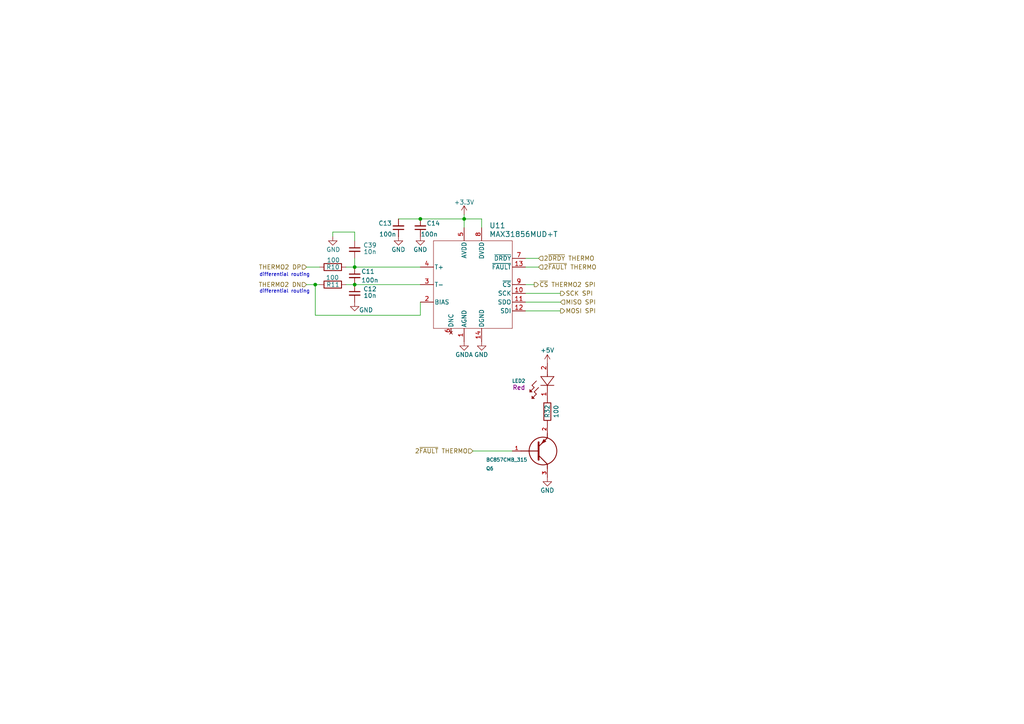
<source format=kicad_sch>
(kicad_sch (version 20250114) (generator "eeschema") (generator_version "9.0")
  (paper "A4")
  (lib_symbols
    (symbol "BC857CMB_315:BC857CMB_315" (pin_names (offset 1.016))
      (property "Reference" "Q" (at 3.81 1.27 0))
      (property "Value" "BC857CMB_315" (at 3.81 -1.27 0))
      (symbol "BC857CMB_315_0_0"
        (polyline (pts (xy -7.62 0) (xy -2.54 0)) (stroke (width 0.254)))
        (polyline (pts (xy -2.54 2.54) (xy -2.54 -2.54)) (stroke (width 0.508)))
        (polyline (pts (xy -2.54 1.27) (xy 0 3.81)) (stroke (width 0.254)))
        (polyline (pts (xy -2.54 -1.27) (xy 0 -3.81)) (stroke (width 0.254)))
        (circle (center -1.27 0) (radius 4.016) (stroke (width 0.254)))
        (polyline (pts (xy -0.508 -2.794) (xy -1.016 -3.302) (xy -1.524 -2.286) (xy -0.508 -2.794)) (stroke (width 0.254)) (fill (type outline)))
        (polyline (pts (xy 0 3.81) (xy 0 5.08)) (stroke (width 0.254)))
        (polyline (pts (xy 0 -3.81) (xy 0 -5.08)) (stroke (width 0.254)))
        (pin passive line (at -10.16 0 0) (length 2.54) (name "~") (number "1"))
        (pin passive line (at 0 7.62 270) (length 2.54) (name "~") (number "3"))
        (pin passive line (at 0 -7.62 90) (length 2.54) (name "~") (number "2"))
      )
    )
    (symbol "Device:C_Small" (pin_numbers (hide yes)) (pin_names (offset 0.254) (hide yes))
      (property "Reference" "C" (at 0.254 1.778 0))
      (property "Value" "C_Small" (at 0.254 -2.032 0))
      (symbol "C_Small_0_1"
        (polyline (pts (xy -1.524 0.508) (xy 1.524 0.508)) (stroke (width 0.3048)))
        (polyline (pts (xy -1.524 -0.508) (xy 1.524 -0.508)) (stroke (width 0.3302)))
      )
      (symbol "C_Small_1_1"
        (pin passive line (at 0 2.54 270) (length 2.032) (name "~") (number "1"))
        (pin passive line (at 0 -2.54 90) (length 2.032) (name "~") (number "2"))
      )
    )
    (symbol "Device:R" (pin_numbers (hide yes)) (pin_names (offset 0))
      (property "Reference" "R" (at 2.032 0 90))
      (property "Value" "R" (at 0 0 90))
      (symbol "R_0_1"
        (rectangle (start -1.016 -2.54) (end 1.016 2.54) (stroke (width 0.254)))
      )
      (symbol "R_1_1"
        (pin passive line (at 0 3.81 270) (length 1.27) (name "~") (number "1"))
        (pin passive line (at 0 -3.81 90) (length 1.27) (name "~") (number "2"))
      )
    )
    (symbol "MAX31856MUD-T:MAX31856MUD+T" (pin_names (offset 0.254))
      (property "Reference" "U" (at 19.05 22.606 0))
      (property "Value" "MAX31856MUD+T" (at 19.812 19.812 0))
      (symbol "MAX31856MUD+T_0_1"
        (polyline (pts (xy 7.62 5.08) (xy 7.62 -20.32)) (stroke (width 0.127)))
        (polyline (pts (xy 7.62 -20.32) (xy 30.48 -20.32)) (stroke (width 0.127)))
        (polyline (pts (xy 30.48 5.08) (xy 7.62 5.08)) (stroke (width 0.127)))
        (polyline (pts (xy 30.48 -20.32) (xy 30.48 5.08)) (stroke (width 0.127)))
      )
      (symbol "MAX31856MUD+T_1_1"
        (pin passive line (at 3.81 -2.54 0) (length 3.81) (name "T+") (number "4"))
        (pin passive line (at 3.81 -7.62 0) (length 3.81) (name "T-") (number "3"))
        (pin passive line (at 3.81 -12.7 0) (length 3.81) (name "BIAS") (number "2"))
        (pin no_connect line (at 12.7 -21.59 90) (length 1.27) (name "DNC") (number "6"))
        (pin passive line (at 16.51 8.89 270) (length 3.81) (name "AVDD") (number "5"))
        (pin passive line (at 16.51 -24.13 90) (length 3.81) (name "AGND") (number "1"))
        (pin passive line (at 21.59 8.89 270) (length 3.81) (name "DVDD") (number "8"))
        (pin passive line (at 21.59 -24.13 90) (length 3.81) (name "DGND") (number "14"))
        (pin passive line (at 34.29 0 180) (length 3.81) (name "~{DRDY}") (number "7"))
        (pin passive line (at 34.29 -2.54 180) (length 3.81) (name "~{FAULT}") (number "13"))
        (pin passive line (at 34.29 -7.62 180) (length 3.81) (name "~{CS}") (number "9"))
        (pin passive line (at 34.29 -10.16 180) (length 3.81) (name "SCK") (number "10"))
        (pin passive line (at 34.29 -12.7 180) (length 3.81) (name "SDO") (number "11"))
        (pin passive line (at 34.29 -15.24 180) (length 3.81) (name "SDI") (number "12"))
      )
    )
    (symbol "VLMS1500-GS08:VLMS1500-GS08" (pin_names (offset 0.254))
      (property "Reference" "LED" (at 5.08 -4.445 0))
      (property "Value" "VLMS1500-GS08" (at 5.08 -7.62 0))
      (symbol "VLMS1500-GS08_0_1"
        (polyline (pts (xy 2.54 0) (xy 3.4798 0)) (stroke (width 0.2032)))
        (polyline (pts (xy 3.175 0) (xy 3.81 0)) (stroke (width 0.2032)))
        (polyline (pts (xy 3.81 1.905) (xy 3.81 -1.905)) (stroke (width 0.2032)))
        (polyline (pts (xy 3.81 -1.905) (xy 6.35 0)) (stroke (width 0.2032)))
        (polyline (pts (xy 5.08 3.175) (xy 6.35 4.445)) (stroke (width 0.2032)))
        (polyline (pts (xy 6.35 4.445) (xy 6.985 3.81)) (stroke (width 0.2032)))
        (polyline (pts (xy 6.35 0) (xy 3.81 1.905)) (stroke (width 0.2032)))
        (polyline (pts (xy 6.35 0) (xy 7.62 0)) (stroke (width 0.2032)))
        (polyline (pts (xy 6.35 -1.905) (xy 6.35 1.905)) (stroke (width 0.2032)))
        (polyline (pts (xy 6.985 3.81) (xy 8.255 5.08)) (stroke (width 0.2032)))
        (polyline (pts (xy 6.985 2.54) (xy 8.255 3.81)) (stroke (width 0.2032)))
        (polyline (pts (xy 7.62 5.08) (xy 8.255 4.445)) (stroke (width 0.2032)))
        (polyline (pts (xy 8.255 5.08) (xy 7.62 5.08)) (stroke (width 0.2032)))
        (polyline (pts (xy 8.255 4.445) (xy 8.255 5.08)) (stroke (width 0.2032)))
        (polyline (pts (xy 8.255 3.81) (xy 8.89 3.175)) (stroke (width 0.2032)))
        (polyline (pts (xy 8.89 3.175) (xy 10.16 4.445)) (stroke (width 0.2032)))
        (polyline (pts (xy 9.525 4.445) (xy 10.16 3.81)) (stroke (width 0.2032)))
        (polyline (pts (xy 10.16 4.445) (xy 9.525 4.445)) (stroke (width 0.2032)))
        (polyline (pts (xy 10.16 3.81) (xy 10.16 4.445)) (stroke (width 0.2032)))
        (pin passive line (at 0 0 0) (length 2.54) (name "") (number "2"))
        (pin passive line (at 10.16 0 180) (length 2.54) (name "") (number "1"))
      )
    )
    (symbol "power:+3.3V" (power) (pin_numbers (hide yes)) (pin_names (offset 0) (hide yes))
      (property "Value" "+3.3V" (at 0 3.556 0))
      (symbol "+3.3V_0_1"
        (polyline (pts (xy -0.762 1.27) (xy 0 2.54)))
        (polyline (pts (xy 0 2.54) (xy 0.762 1.27)))
        (polyline (pts (xy 0 0) (xy 0 2.54)))
      )
      (symbol "+3.3V_1_1"
        (pin power_in line (at 0 0 90) (length 0) (name "~") (number "1"))
      )
    )
    (symbol "power:+5V" (power) (pin_numbers (hide yes)) (pin_names (offset 0) (hide yes))
      (property "Value" "+5V" (at 0 3.556 0))
      (symbol "+5V_0_1"
        (polyline (pts (xy -0.762 1.27) (xy 0 2.54)))
        (polyline (pts (xy 0 2.54) (xy 0.762 1.27)))
        (polyline (pts (xy 0 0) (xy 0 2.54)))
      )
      (symbol "+5V_1_1"
        (pin power_in line (at 0 0 90) (length 0) (name "~") (number "1"))
      )
    )
    (symbol "power:GND" (power) (pin_numbers (hide yes)) (pin_names (offset 0) (hide yes))
      (property "Value" "GND" (at 0 -3.81 0))
      (symbol "GND_0_1"
        (polyline (pts (xy 0 0) (xy 0 -1.27) (xy 1.27 -1.27) (xy 0 -2.54) (xy -1.27 -1.27) (xy 0 -1.27)))
      )
      (symbol "GND_1_1"
        (pin power_in line (at 0 0 270) (length 0) (name "~") (number "1"))
      )
    )
    (symbol "power:GNDA" (power) (pin_numbers (hide yes)) (pin_names (offset 0) (hide yes))
      (property "Value" "GNDA" (at 0 -3.81 0))
      (symbol "GNDA_0_1"
        (polyline (pts (xy 0 0) (xy 0 -1.27) (xy 1.27 -1.27) (xy 0 -2.54) (xy -1.27 -1.27) (xy 0 -1.27)))
      )
      (symbol "GNDA_1_1"
        (pin power_in line (at 0 0 270) (length 0) (name "~") (number "1"))
      )
    )
  )
  (text "differential routing\n" (at 82.55 84.582 0) (effects (font (size 1.016 1.016))))
  (text "differential routing\n" (at 82.55 79.756 0) (effects (font (size 1.016 1.016))))
  (junction (at 102.87 82.55))
  (junction (at 121.92 63.5))
  (junction (at 91.44 82.55))
  (junction (at 134.62 63.5))
  (junction (at 102.87 77.47))
  (wire (pts (xy 102.87 77.47) (xy 121.92 77.47)))
  (wire (pts (xy 88.9 82.55) (xy 91.44 82.55)))
  (wire (pts (xy 100.33 82.55) (xy 102.87 82.55)))
  (wire (pts (xy 96.52 68.58) (xy 96.52 67.31)))
  (wire (pts (xy 102.87 67.31) (xy 102.87 69.85)))
  (wire (pts (xy 152.4 90.17) (xy 162.56 90.17)))
  (wire (pts (xy 152.4 82.55) (xy 154.94 82.55)))
  (wire (pts (xy 121.92 63.5) (xy 134.62 63.5)))
  (wire (pts (xy 152.4 87.63) (xy 162.56 87.63)))
  (wire (pts (xy 152.4 77.47) (xy 156.21 77.47)))
  (wire (pts (xy 100.33 77.47) (xy 102.87 77.47)))
  (wire (pts (xy 121.92 87.63) (xy 121.92 91.44)))
  (wire (pts (xy 102.87 82.55) (xy 121.92 82.55)))
  (wire (pts (xy 134.62 62.23) (xy 134.62 63.5)))
  (wire (pts (xy 88.9 77.47) (xy 92.71 77.47)))
  (wire (pts (xy 91.44 91.44) (xy 91.44 82.55)))
  (wire (pts (xy 134.62 63.5) (xy 134.62 66.04)))
  (wire (pts (xy 134.62 63.5) (xy 139.7 63.5)))
  (wire (pts (xy 152.4 74.93) (xy 156.21 74.93)))
  (wire (pts (xy 102.87 74.93) (xy 102.87 77.47)))
  (wire (pts (xy 137.16 130.81) (xy 148.59 130.81)))
  (wire (pts (xy 96.52 67.31) (xy 102.87 67.31)))
  (wire (pts (xy 152.4 85.09) (xy 162.56 85.09)))
  (wire (pts (xy 121.92 91.44) (xy 91.44 91.44)))
  (wire (pts (xy 91.44 82.55) (xy 92.71 82.55)))
  (wire (pts (xy 139.7 63.5) (xy 139.7 66.04)))
  (wire (pts (xy 115.57 63.5) (xy 121.92 63.5)))
  (hierarchical_label "THERMO2 DN" (shape input) (at 88.9 82.55 180))
  (hierarchical_label "~{CS} THERMO2 SPI" (shape output) (at 154.94 82.55 0))
  (hierarchical_label "MISO SPI" (shape input) (at 162.56 87.63 0))
  (hierarchical_label "MOSI SPI" (shape output) (at 162.56 90.17 0))
  (hierarchical_label "SCK SPI" (shape output) (at 162.56 85.09 0))
  (hierarchical_label "2~{FAULT} THERMO" (shape input) (at 137.16 130.81 180))
  (hierarchical_label "THERMO2 DP" (shape input) (at 88.9 77.47 180))
  (hierarchical_label "2~{FAULT} THERMO" (shape input) (at 156.21 77.47 0))
  (hierarchical_label "2~{DRDY} THERMO" (shape input) (at 156.21 74.93 0))
  (symbol (lib_id "Device:C_Small") (at 102.87 72.39 0) (unit 1)
    (property "Reference" "C39" (at 107.315 71.12 0))
    (property "Value" "10n" (at 107.315 73.025 0))
    (property "Footprint" "Capacitor-0603:Capacitor_0603" (effects (hide yes)))
    (property "Description" "Unpolarized capacitor, small symbol" (effects (hide yes)))
  )
  (symbol (lib_id "power:GND") (at 158.75 138.43 0) (unit 1)
    (property "Reference" "#PWR0132" (effects (hide yes)))
    (property "Value" "GND" (at 158.75 142.24 0))
    (property "Description" "Power symbol creates a global label with name \"GND\" , ground" (effects (hide yes)))
  )
  (symbol (lib_id "Device:R") (at 158.75 119.38 180) (unit 1)
    (property "Reference" "R32" (at 158.75 121.285 90) (effects (justify right)))
    (property "Value" "100" (at 161.29 121.285 90) (effects (justify right)))
    (property "Footprint" "Capacitor-0603:Capacitor_0603" (effects (hide yes)))
    (property "Description" "Resistor" (effects (hide yes)))
  )
  (symbol (lib_id "power:GND") (at 96.52 68.58 0) (mirror y) (unit 1)
    (property "Reference" "#PWR019" (effects (hide yes)))
    (property "Value" "GND" (at 94.615 72.39 0) (effects (justify right)))
    (property "Description" "Power symbol creates a global label with name \"GND\" , ground" (effects (hide yes)))
  )
  (symbol (lib_id "power:+3.3V") (at 134.62 62.23 0) (unit 1)
    (property "Reference" "#PWR027" (effects (hide yes)))
    (property "Value" "+3.3V" (at 134.62 58.674 0))
    (property "Description" "Power symbol creates a global label with name \"+3.3V\"" (effects (hide yes)))
  )
  (symbol (lib_id "BC857CMB_315:BC857CMB_315") (at 158.75 130.81 0) (mirror x) (unit 1)
    (property "Reference" "Q6" (at 140.97 135.89 0) (effects (font (size 1.016 1.016)) (justify left)))
    (property "Value" "BC857CMB_315" (at 140.97 133.35 0) (effects (font (size 1.016 1.016)) (justify left)))
    (property "Footprint" "PNP_BC857CMB_315:TRANS_PMZB550UNEYL" (effects (hide yes)))
  )
  (symbol (lib_id "Device:C_Small") (at 102.87 80.01 0) (unit 1)
    (property "Reference" "C11" (at 104.775 78.74 0) (effects (justify left)))
    (property "Value" "100n" (at 104.775 81.28 0) (effects (justify left)))
    (property "Footprint" "Capacitor-0603:Capacitor_0603" (effects (hide yes)))
    (property "Description" "Unpolarized capacitor, small symbol" (effects (hide yes)))
  )
  (symbol (lib_id "power:GND") (at 115.57 68.58 0) (unit 1)
    (property "Reference" "#PWR024" (effects (hide yes)))
    (property "Value" "GND" (at 117.602 72.39 0) (effects (justify right)))
    (property "Description" "Power symbol creates a global label with name \"GND\" , ground" (effects (hide yes)))
  )
  (symbol (lib_id "power:+5V") (at 158.75 105.41 0) (unit 1)
    (property "Reference" "#PWR0101" (effects (hide yes)))
    (property "Value" "+5V" (at 158.75 101.6 0))
    (property "Description" "Power symbol creates a global label with name \"+5V\"" (effects (hide yes)))
  )
  (symbol (lib_id "Device:R") (at 96.52 82.55 270) (unit 1)
    (property "Reference" "R11" (at 94.615 82.55 90) (effects (justify left)))
    (property "Value" "100" (at 94.488 80.518 90) (effects (justify left)))
    (property "Footprint" "Capacitor-0603:Capacitor_0603" (effects (hide yes)))
    (property "Description" "Resistor" (effects (hide yes)))
  )
  (symbol (lib_id "power:GND") (at 102.87 87.63 0) (unit 1)
    (property "Reference" "#PWR020" (effects (hide yes)))
    (property "Value" "GND" (at 108.204 89.916 0) (effects (justify right)))
    (property "Description" "Power symbol creates a global label with name \"GND\" , ground" (effects (hide yes)))
  )
  (symbol (lib_id "power:GNDA") (at 134.62 99.06 0) (unit 1)
    (property "Reference" "#PWR018" (effects (hide yes)))
    (property "Value" "GNDA" (at 134.62 102.87 0))
    (property "Description" "Power symbol creates a global label with name \"GNDA\" , analog ground" (effects (hide yes)))
  )
  (symbol (lib_id "power:GND") (at 139.7 99.06 0) (unit 1)
    (property "Reference" "#PWR0113" (effects (hide yes)))
    (property "Value" "GND" (at 141.605 102.87 0) (effects (justify right)))
    (property "Description" "Power symbol creates a global label with name \"GND\" , ground" (effects (hide yes)))
  )
  (symbol (lib_id "Device:C_Small") (at 115.57 66.04 180) (unit 1)
    (property "Reference" "C13" (at 113.665 64.77 0) (effects (justify left)))
    (property "Value" "100n" (at 114.935 67.945 0) (effects (justify left)))
    (property "Footprint" "Capacitor-0603:Capacitor_0603" (effects (hide yes)))
    (property "Description" "Unpolarized capacitor, small symbol" (effects (hide yes)))
  )
  (symbol (lib_id "VLMS1500-GS08:VLMS1500-GS08") (at 158.75 105.41 90) (mirror x) (unit 1)
    (property "Reference" "LED2" (at 152.4 110.4899 90) (effects (font (size 1.016 1.016)) (justify left)))
    (property "Value" "VLMS1500-GS08" (effects (hide yes)))
    (property "Footprint" "LED-Red_VLMS1500-GS08:LED_00-GS08_VIS_RED" (effects (hide yes)))
    (property "Datasheet" "VLMS1500-GS08" (effects (hide yes)))
    (property "Description" "Red" (at 150.495 112.395 90))
  )
  (symbol (lib_id "Device:C_Small") (at 121.92 66.04 180) (unit 1)
    (property "Reference" "C14" (at 127.635 64.77 0) (effects (justify left)))
    (property "Value" "100n" (at 127 67.945 0) (effects (justify left)))
    (property "Footprint" "Capacitor-0603:Capacitor_0603" (effects (hide yes)))
    (property "Description" "Unpolarized capacitor, small symbol" (effects (hide yes)))
  )
  (symbol (lib_id "MAX31856MUD-T:MAX31856MUD+T") (at 118.11 74.93 0) (unit 1)
    (property "Reference" "U11" (at 141.8941 65.405 0) (effects (font (size 1.524 1.524)) (justify left)))
    (property "Value" "MAX31856MUD+T" (at 141.8941 67.945 0) (effects (font (size 1.524 1.524)) (justify left)))
    (property "Footprint" "Thermocouple:21-0066J_14_MXM" (effects (hide yes)))
    (property "Datasheet" "MAX31856MUD+T" (effects (hide yes)))
  )
  (symbol (lib_id "Device:C_Small") (at 102.87 85.09 0) (unit 1)
    (property "Reference" "C12" (at 107.315 83.82 0))
    (property "Value" "10n" (at 107.315 85.725 0))
    (property "Footprint" "Capacitor-0603:Capacitor_0603" (effects (hide yes)))
    (property "Description" "Unpolarized capacitor, small symbol" (effects (hide yes)))
  )
  (symbol (lib_id "power:GND") (at 121.92 68.58 0) (unit 1)
    (property "Reference" "#PWR026" (effects (hide yes)))
    (property "Value" "GND" (at 123.952 72.39 0) (effects (justify right)))
    (property "Description" "Power symbol creates a global label with name \"GND\" , ground" (effects (hide yes)))
  )
  (symbol (lib_id "Device:R") (at 96.52 77.47 270) (unit 1)
    (property "Reference" "R10" (at 94.615 77.47 90) (effects (justify left)))
    (property "Value" "100" (at 94.742 75.438 90) (effects (justify left)))
    (property "Footprint" "Capacitor-0603:Capacitor_0603" (effects (hide yes)))
    (property "Description" "Resistor" (effects (hide yes)))
  )
)
</source>
